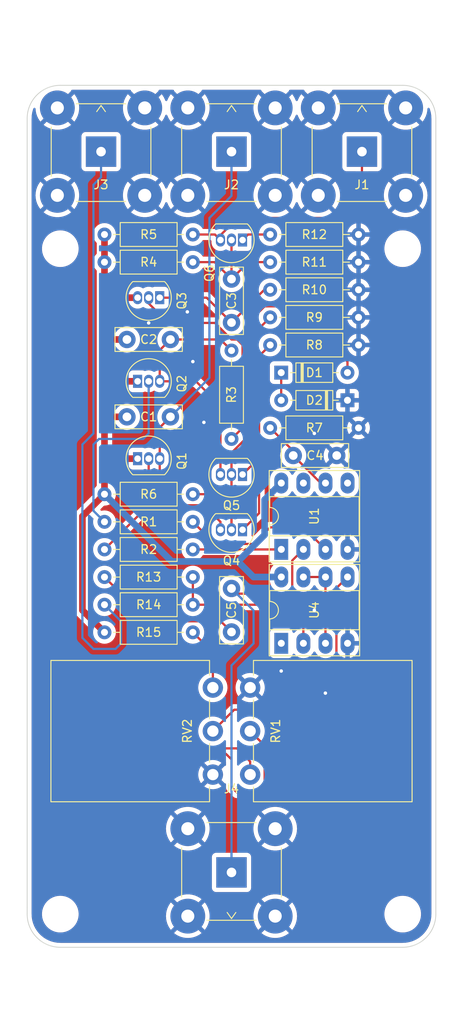
<source format=kicad_pcb>
(kicad_pcb (version 20211014) (generator pcbnew)
  (title_block (title "Enter Title On Page Setting Dialog") (rev "1") (company "Ashton Johnson"))
  (layers (0 "F.Cu" signal) (31 "B.Cu" signal) (35 "F.Paste" user) (37 "F.SilkS" user "F.Silkscreen") (39 "F.Mask" user) (44 "Edge.Cuts" user))
  (net 0 "")
  (net 1 "Y")
  (net 2 "+9V")
  (net 3 "Net-(C2-Pad1)")
  (net 4 "Net-(C3-Pad1)")
  (net 5 "Net-(C3-Pad2)")
  (net 6 "GND")
  (net 7 "Net-(C4-Pad2)")
  (net 8 "Net-(C5-Pad1)")
  (net 9 "COMP_VIDEO_IN")
  (net 10 "Net-(D1-Pad1)")
  (net 11 "Net-(D1-Pad2)")
  (net 12 "X")
  (net 13 "Z")
  (net 14 "Net-(Q1-Pad2)")
  (net 15 "Net-(Q2-Pad2)")
  (net 16 "Net-(Q3-Pad2)")
  (net 17 "Net-(Q4-Pad1)")
  (net 18 "Net-(Q5-Pad1)")
  (net 19 "Net-(Q6-Pad1)")
  (net 20 "Net-(R1-Pad2)")
  (net 21 "Net-(R2-Pad1)")
  (net 22 "Net-(R13-Pad1)")
  (net 23 "Net-(R13-Pad2)")
  (net 24 "Net-(R15-Pad2)")
  (net 25 "Net-(RV2-Pad2)")
  (net 28 "Net-(U2-Pad3)")
  (footprint "Mounting_Holes:MountingHole_3.2mm_M3_ISO7380" (layer "F.Cu") (at 110.315001 111.155)
    (fp_text reference "MK1" hide)
    (fp_text value "MountingHole_Pad")
    (pad "" np_thru_hole circle locked (at 0 0) (size 3.2 3.2) (drill 3.2) (layers *.Cu *.Mask))
  )
  (footprint "Mounting_Holes:MountingHole_3.2mm_M3_ISO7380" (layer "F.Cu") (at 149.685 111.155)
    (fp_text reference "MK2" hide)
    (fp_text value "MountingHole_Pad")
    (pad "" np_thru_hole circle locked (at 0 0) (size 3.2 3.2) (drill 3.2) (layers *.Cu *.Mask))
  )
  (footprint "Mounting_Holes:MountingHole_3.2mm_M3_ISO7380" (layer "F.Cu") (at 110.315 187.63)
    (fp_text reference "MK3" hide)
    (fp_text value "MountingHole_Pad")
    (pad "" np_thru_hole circle locked (at 0 0) (size 3.2 3.2) (drill 3.2) (layers *.Cu *.Mask))
  )
  (footprint "Mounting_Holes:MountingHole_3.2mm_M3_ISO7380" (layer "F.Cu") (at 149.684999 187.63)
    (fp_text reference "MK4" hide)
    (fp_text value "MountingHole_Pad")
    (pad "" np_thru_hole circle locked (at 0 0) (size 3.2 3.2) (drill 3.2) (layers *.Cu *.Mask))
  )
  (footprint "Potentiometer_THT:Potentiometer_Piher_PC-16_Single_Vertical" (layer "F.Cu") (at 132.145 171.595)
    (fp_text reference "RV1" (at 2.935 -5 90) (layer "F.SilkS"))
    (fp_text value "1k")
    (fp_line (start 0.38 -13.12) (end 18.62 -13.12) (layer "F.SilkS") (width 0.12))
    (fp_line (start 0.38 -8.574) (end 0.38 -6.425) (layer "F.SilkS") (width 0.12))
    (fp_line (start 0.38 3.12) (end 18.62 3.12) (layer "F.SilkS") (width 0.12))
    (fp_line (start 18.62 -13.12) (end 18.62 3.12) (layer "F.SilkS") (width 0.12))
    (fp_line (start 0.38 -3.575) (end 0.38 -1.425) (layer "F.SilkS") (width 0.12))
    (fp_line (start 0.38 1.425) (end 0.38 3.12) (layer "F.SilkS") (width 0.12))
    (fp_line (start 0.38 -13.12) (end 0.38 -11.426) (layer "F.SilkS") (width 0.12))
    (pad "1" thru_hole circle (at 0 0) (size 2.34 2.34) (drill 1.3) (layers *.Cu *.Mask) (net 8 "Net-(C5-Pad1)"))
    (pad "2" thru_hole circle (at 0 -5) (size 2.34 2.34) (drill 1.3) (layers *.Cu *.Mask) (net 22 "Net-(R13-Pad1)"))
    (pad "3" thru_hole circle (at 0 -10) (size 2.34 2.34) (drill 1.3) (layers *.Cu *.Mask) (net 6 "GND"))
  )
  (footprint "Package_TO_SOT_THT:TO-92_Inline" (layer "F.Cu") (at 131.27 110.16 180)
    (fp_text reference "Q6" (at 3.81 -3.81 90) (layer "F.SilkS"))
    (fp_text value "2N3904")
    (fp_line (start -0.53 1.85) (end 3.07 1.85) (layer "F.SilkS") (width 0.12))
    (fp_arc (start 1.27 -2.6) (mid 3.672087 -0.994977) (end 3.108478 1.838478) (layer "F.SilkS") (width 0.12))
    (fp_arc (start -0.568478 1.838478) (mid -1.132087 -0.994977) (end 1.27 -2.6) (layer "F.SilkS") (width 0.12))
    (pad "1" thru_hole rect (at 0 0 180) (size 1.05 1.5) (drill 0.75) (layers *.Cu *.Mask) (net 19 "Net-(Q6-Pad1)"))
    (pad "2" thru_hole oval (at 1.27 0 180) (size 1.05 1.5) (drill 0.75) (layers *.Cu *.Mask) (net 5 "Net-(C3-Pad2)"))
    (pad "3" thru_hole oval (at 2.54 0 180) (size 1.05 1.5) (drill 0.75) (layers *.Cu *.Mask) (net 12 "X"))
  )
  (footprint "Resistor_THT:R_Axial_DIN0207_L6.3mm_D2.5mm_P10.16mm_Horizontal" (layer "F.Cu") (at 134.445 122.225)
    (fp_text reference "R8" (at 5.08 0) (layer "F.SilkS"))
    (fp_text value "68k")
    (fp_line (start 8.35 1.37) (end 8.35 -1.37) (layer "F.SilkS") (width 0.12))
    (fp_line (start 1.81 -1.37) (end 1.81 1.37) (layer "F.SilkS") (width 0.12))
    (fp_line (start 8.35 -1.37) (end 1.81 -1.37) (layer "F.SilkS") (width 0.12))
    (fp_line (start 1.04 0) (end 1.81 0) (layer "F.SilkS") (width 0.12))
    (fp_line (start 1.81 1.37) (end 8.35 1.37) (layer "F.SilkS") (width 0.12))
    (fp_line (start 9.12 0) (end 8.35 0) (layer "F.SilkS") (width 0.12))
    (pad "1" thru_hole circle (at 0 0) (size 1.6 1.6) (drill 0.8) (layers *.Cu *.Mask) (net 17 "Net-(Q4-Pad1)"))
    (pad "2" thru_hole oval (at 10.16 0) (size 1.6 1.6) (drill 0.8) (layers *.Cu *.Mask) (net 6 "GND"))
  )
  (footprint "Resistor_THT:R_Axial_DIN0207_L6.3mm_D2.5mm_P10.16mm_Horizontal" (layer "F.Cu") (at 125.555 152.07 180)
    (fp_text reference "R14" (at 5.08 0) (layer "F.SilkS"))
    (fp_text value "4.7k")
    (fp_line (start 8.35 -1.37) (end 1.81 -1.37) (layer "F.SilkS") (width 0.12))
    (fp_line (start 1.81 -1.37) (end 1.81 1.37) (layer "F.SilkS") (width 0.12))
    (fp_line (start 1.81 1.37) (end 8.35 1.37) (layer "F.SilkS") (width 0.12))
    (fp_line (start 1.04 0) (end 1.81 0) (layer "F.SilkS") (width 0.12))
    (fp_line (start 9.12 0) (end 8.35 0) (layer "F.SilkS") (width 0.12))
    (fp_line (start 8.35 1.37) (end 8.35 -1.37) (layer "F.SilkS") (width 0.12))
    (pad "1" thru_hole circle (at 0 0 180) (size 1.6 1.6) (drill 0.8) (layers *.Cu *.Mask) (net 23 "Net-(R13-Pad2)"))
    (pad "2" thru_hole oval (at 10.16 0 180) (size 1.6 1.6) (drill 0.8) (layers *.Cu *.Mask) (net 13 "Z"))
  )
  (footprint "Resistor_THT:R_Axial_DIN0207_L6.3mm_D2.5mm_P10.16mm_Horizontal" (layer "F.Cu") (at 115.395 109.525)
    (fp_text reference "R5" (at 5.08 0) (layer "F.SilkS"))
    (fp_text value "2.2k")
    (fp_line (start 8.35 1.37) (end 8.35 -1.37) (layer "F.SilkS") (width 0.12))
    (fp_line (start 8.35 -1.37) (end 1.81 -1.37) (layer "F.SilkS") (width 0.12))
    (fp_line (start 9.12 0) (end 8.35 0) (layer "F.SilkS") (width 0.12))
    (fp_line (start 1.81 1.37) (end 8.35 1.37) (layer "F.SilkS") (width 0.12))
    (fp_line (start 1.81 -1.37) (end 1.81 1.37) (layer "F.SilkS") (width 0.12))
    (fp_line (start 1.04 0) (end 1.81 0) (layer "F.SilkS") (width 0.12))
    (pad "1" thru_hole circle (at 0 0) (size 1.6 1.6) (drill 0.8) (layers *.Cu *.Mask) (net 2 "+9V"))
    (pad "2" thru_hole oval (at 10.16 0) (size 1.6 1.6) (drill 0.8) (layers *.Cu *.Mask) (net 12 "X"))
  )
  (footprint "Capacitor_THT:C_Disc_D7.5mm_W2.5mm_P5.00mm" (layer "F.Cu") (at 130 119.645 90)
    (fp_text reference "C3" (at 2.5 0 90) (layer "F.SilkS"))
    (fp_text value "0.1u")
    (fp_line (start -1.37 -1.37) (end 6.37 -1.37) (layer "F.SilkS") (width 0.12))
    (fp_line (start -1.37 -1.37) (end -1.37 1.37) (layer "F.SilkS") (width 0.12))
    (fp_line (start 6.37 -1.37) (end 6.37 1.37) (layer "F.SilkS") (width 0.12))
    (fp_line (start -1.37 1.37) (end 6.37 1.37) (layer "F.SilkS") (width 0.12))
    (pad "1" thru_hole circle (at 0 0 90) (size 2 2) (drill 1) (layers *.Cu *.Mask) (net 4 "Net-(C3-Pad1)"))
    (pad "2" thru_hole circle (at 5 0 90) (size 2 2) (drill 1) (layers *.Cu *.Mask) (net 5 "Net-(C3-Pad2)"))
  )
  (footprint "Resistor_THT:R_Axial_DIN0207_L6.3mm_D2.5mm_P10.16mm_Horizontal" (layer "F.Cu") (at 115.395 139.37)
    (fp_text reference "R6" (at 5.08 0) (layer "F.SilkS"))
    (fp_text value "3.3k")
    (fp_line (start 8.35 1.37) (end 8.35 -1.37) (layer "F.SilkS") (width 0.12))
    (fp_line (start 1.81 -1.37) (end 1.81 1.37) (layer "F.SilkS") (width 0.12))
    (fp_line (start 8.35 -1.37) (end 1.81 -1.37) (layer "F.SilkS") (width 0.12))
    (fp_line (start 1.04 0) (end 1.81 0) (layer "F.SilkS") (width 0.12))
    (fp_line (start 1.81 1.37) (end 8.35 1.37) (layer "F.SilkS") (width 0.12))
    (fp_line (start 9.12 0) (end 8.35 0) (layer "F.SilkS") (width 0.12))
    (pad "1" thru_hole circle (at 0 0) (size 1.6 1.6) (drill 0.8) (layers *.Cu *.Mask) (net 2 "+9V"))
    (pad "2" thru_hole oval (at 10.16 0) (size 1.6 1.6) (drill 0.8) (layers *.Cu *.Mask) (net 11 "Net-(D1-Pad2)"))
  )
  (footprint "Resistor_THT:R_Axial_DIN0207_L6.3mm_D2.5mm_P10.16mm_Horizontal" (layer "F.Cu") (at 130 133.02 90)
    (fp_text reference "R3" (at 5.08 0 90) (layer "F.SilkS"))
    (fp_text value "180")
    (fp_line (start 1.81 -1.37) (end 1.81 1.37) (layer "F.SilkS") (width 0.12))
    (fp_line (start 9.12 0) (end 8.35 0) (layer "F.SilkS") (width 0.12))
    (fp_line (start 1.81 1.37) (end 8.35 1.37) (layer "F.SilkS") (width 0.12))
    (fp_line (start 1.04 0) (end 1.81 0) (layer "F.SilkS") (width 0.12))
    (fp_line (start 8.35 1.37) (end 8.35 -1.37) (layer "F.SilkS") (width 0.12))
    (fp_line (start 8.35 -1.37) (end 1.81 -1.37) (layer "F.SilkS") (width 0.12))
    (pad "1" thru_hole circle (at 0 0 90) (size 1.6 1.6) (drill 0.8) (layers *.Cu *.Mask) (net 16 "Net-(Q3-Pad2)"))
    (pad "2" thru_hole oval (at 10.16 0 90) (size 1.6 1.6) (drill 0.8) (layers *.Cu *.Mask) (net 3 "Net-(C2-Pad1)"))
  )
  (footprint "Diode_THT:D_DO-35_SOD27_P7.62mm_Horizontal" (layer "F.Cu") (at 143.335 128.575 180)
    (fp_text reference "D2" (at 3.81 0) (layer "F.SilkS"))
    (fp_text value "1N4148")
    (fp_line (start 1.69 1.12) (end 5.93 1.12) (layer "F.SilkS") (width 0.12))
    (fp_line (start 2.41 -1.12) (end 2.41 1.12) (layer "F.SilkS") (width 0.12))
    (fp_line (start 5.93 -1.12) (end 1.69 -1.12) (layer "F.SilkS") (width 0.12))
    (fp_line (start 2.53 -1.12) (end 2.53 1.12) (layer "F.SilkS") (width 0.12))
    (fp_line (start 2.29 -1.12) (end 2.29 1.12) (layer "F.SilkS") (width 0.12))
    (fp_line (start 1.04 0) (end 1.69 0) (layer "F.SilkS") (width 0.12))
    (fp_line (start 6.58 0) (end 5.93 0) (layer "F.SilkS") (width 0.12))
    (fp_line (start 5.93 1.12) (end 5.93 -1.12) (layer "F.SilkS") (width 0.12))
    (fp_line (start 1.69 -1.12) (end 1.69 1.12) (layer "F.SilkS") (width 0.12))
    (pad "1" thru_hole rect (at 0 0 180) (size 1.6 1.6) (drill 0.8) (layers *.Cu *.Mask) (net 6 "GND"))
    (pad "2" thru_hole oval (at 7.62 0 180) (size 1.6 1.6) (drill 0.8) (layers *.Cu *.Mask) (net 10 "Net-(D1-Pad1)"))
  )
  (footprint "Connector_Coaxial:BNC_TEConnectivity_1478035_Horizontal" (layer "F.Cu") (at 115 100)
    (fp_text reference "J3" (at 0 3.81) (layer "F.SilkS"))
    (fp_text value "Conn_Coaxial_Power")
    (fp_line (start 0 -5.3) (end 0.5 -4.6) (layer "F.SilkS") (width 0.12))
    (fp_line (start 2.825 -5.5) (end -2.825 -5.5) (layer "F.SilkS") (width 0.12))
    (fp_line (start -2.825 5.73) (end 2.825 5.73) (layer "F.SilkS") (width 0.12))
    (fp_line (start -5.73 -2.825) (end -5.73 2.825) (layer "F.SilkS") (width 0.12))
    (fp_line (start 5.73 2.825) (end 5.73 -2.825) (layer "F.SilkS") (width 0.12))
    (fp_line (start 0 -5.3) (end -0.5 -4.6) (layer "F.SilkS") (width 0.12))
    (pad "1" thru_hole rect (at 0 0) (size 3.5 3.5) (drill 1.1) (layers *.Cu *.Mask) (net 13 "Z"))
    (pad "2" thru_hole circle (at 5.025 -5.025) (size 4 4) (drill 1.5) (layers *.Cu *.Mask) (net 6 "GND"))
    (pad "2" thru_hole circle (at -5.025 5.025) (size 4 4) (drill 1.5) (layers *.Cu *.Mask) (net 6 "GND"))
    (pad "2" thru_hole circle (at -5.025 -5.025) (size 4 4) (drill 1.5) (layers *.Cu *.Mask) (net 6 "GND"))
    (pad "2" thru_hole circle (at 5.025 5.025) (size 4 4) (drill 1.5) (layers *.Cu *.Mask) (net 6 "GND"))
  )
  (footprint "Resistor_THT:R_Axial_DIN0207_L6.3mm_D2.5mm_P10.16mm_Horizontal" (layer "F.Cu") (at 134.445 115.875)
    (fp_text reference "R10" (at 5.08 0) (layer "F.SilkS"))
    (fp_text value "3.3k")
    (fp_line (start 1.04 0) (end 1.81 0) (layer "F.SilkS") (width 0.12))
    (fp_line (start 1.81 1.37) (end 8.35 1.37) (layer "F.SilkS") (width 0.12))
    (fp_line (start 9.12 0) (end 8.35 0) (layer "F.SilkS") (width 0.12))
    (fp_line (start 8.35 1.37) (end 8.35 -1.37) (layer "F.SilkS") (width 0.12))
    (fp_line (start 1.81 -1.37) (end 1.81 1.37) (layer "F.SilkS") (width 0.12))
    (fp_line (start 8.35 -1.37) (end 1.81 -1.37) (layer "F.SilkS") (width 0.12))
    (pad "1" thru_hole circle (at 0 0) (size 1.6 1.6) (drill 0.8) (layers *.Cu *.Mask) (net 4 "Net-(C3-Pad1)"))
    (pad "2" thru_hole oval (at 10.16 0) (size 1.6 1.6) (drill 0.8) (layers *.Cu *.Mask) (net 6 "GND"))
  )
  (footprint "Capacitor_THT:C_Disc_D7.5mm_W2.5mm_P5.00mm" (layer "F.Cu") (at 142.1 134.925 180)
    (fp_text reference "C4" (at 2.5 0) (layer "F.SilkS"))
    (fp_text value "0.1u")
    (fp_line (start -1.37 -1.37) (end -1.37 1.37) (layer "F.SilkS") (width 0.12))
    (fp_line (start -1.37 1.37) (end 6.37 1.37) (layer "F.SilkS") (width 0.12))
    (fp_line (start 6.37 -1.37) (end 6.37 1.37) (layer "F.SilkS") (width 0.12))
    (fp_line (start -1.37 -1.37) (end 6.37 -1.37) (layer "F.SilkS") (width 0.12))
    (pad "1" thru_hole circle (at 0 0 180) (size 2 2) (drill 1) (layers *.Cu *.Mask) (net 6 "GND"))
    (pad "2" thru_hole circle (at 5 0 180) (size 2 2) (drill 1) (layers *.Cu *.Mask) (net 7 "Net-(C4-Pad2)"))
  )
  (footprint "Resistor_THT:R_Axial_DIN0207_L6.3mm_D2.5mm_P10.16mm_Horizontal" (layer "F.Cu") (at 115.395 112.7)
    (fp_text reference "R4" (at 5.08 0) (layer "F.SilkS"))
    (fp_text value "5.6k")
    (fp_line (start 8.35 1.37) (end 8.35 -1.37) (layer "F.SilkS") (width 0.12))
    (fp_line (start 1.81 -1.37) (end 1.81 1.37) (layer "F.SilkS") (width 0.12))
    (fp_line (start 1.81 1.37) (end 8.35 1.37) (layer "F.SilkS") (width 0.12))
    (fp_line (start 1.04 0) (end 1.81 0) (layer "F.SilkS") (width 0.12))
    (fp_line (start 8.35 -1.37) (end 1.81 -1.37) (layer "F.SilkS") (width 0.12))
    (fp_line (start 9.12 0) (end 8.35 0) (layer "F.SilkS") (width 0.12))
    (pad "1" thru_hole circle (at 0 0) (size 1.6 1.6) (drill 0.8) (layers *.Cu *.Mask) (net 2 "+9V"))
    (pad "2" thru_hole oval (at 10.16 0) (size 1.6 1.6) (drill 0.8) (layers *.Cu *.Mask) (net 5 "Net-(C3-Pad2)"))
  )
  (footprint "Resistor_THT:R_Axial_DIN0207_L6.3mm_D2.5mm_P10.16mm_Horizontal" (layer "F.Cu") (at 115.395 142.545)
    (fp_text reference "R1" (at 5.08 0) (layer "F.SilkS"))
    (fp_text value "6.8k")
    (fp_line (start 1.04 0) (end 1.81 0) (layer "F.SilkS") (width 0.12))
    (fp_line (start 1.81 -1.37) (end 1.81 1.37) (layer "F.SilkS") (width 0.12))
    (fp_line (start 8.35 -1.37) (end 1.81 -1.37) (layer "F.SilkS") (width 0.12))
    (fp_line (start 1.81 1.37) (end 8.35 1.37) (layer "F.SilkS") (width 0.12))
    (fp_line (start 9.12 0) (end 8.35 0) (layer "F.SilkS") (width 0.12))
    (fp_line (start 8.35 1.37) (end 8.35 -1.37) (layer "F.SilkS") (width 0.12))
    (pad "1" thru_hole circle (at 0 0) (size 1.6 1.6) (drill 0.8) (layers *.Cu *.Mask) (net 15 "Net-(Q2-Pad2)"))
    (pad "2" thru_hole oval (at 10.16 0) (size 1.6 1.6) (drill 0.8) (layers *.Cu *.Mask) (net 20 "Net-(R1-Pad2)"))
  )
  (footprint "Resistor_THT:R_Axial_DIN0207_L6.3mm_D2.5mm_P10.16mm_Horizontal" (layer "F.Cu") (at 134.445 112.7)
    (fp_text reference "R11" (at 5.08 0) (layer "F.SilkS"))
    (fp_text value "3.3k")
    (fp_line (start 9.12 0) (end 8.35 0) (layer "F.SilkS") (width 0.12))
    (fp_line (start 8.35 1.37) (end 8.35 -1.37) (layer "F.SilkS") (width 0.12))
    (fp_line (start 8.35 -1.37) (end 1.81 -1.37) (layer "F.SilkS") (width 0.12))
    (fp_line (start 1.04 0) (end 1.81 0) (layer "F.SilkS") (width 0.12))
    (fp_line (start 1.81 -1.37) (end 1.81 1.37) (layer "F.SilkS") (width 0.12))
    (fp_line (start 1.81 1.37) (end 8.35 1.37) (layer "F.SilkS") (width 0.12))
    (pad "1" thru_hole circle (at 0 0) (size 1.6 1.6) (drill 0.8) (layers *.Cu *.Mask) (net 5 "Net-(C3-Pad2)"))
    (pad "2" thru_hole oval (at 10.16 0) (size 1.6 1.6) (drill 0.8) (layers *.Cu *.Mask) (net 6 "GND"))
  )
  (footprint "Resistor_THT:R_Axial_DIN0207_L6.3mm_D2.5mm_P10.16mm_Horizontal" (layer "F.Cu") (at 144.605 131.75 180)
    (fp_text reference "R7" (at 5.08 0) (layer "F.SilkS"))
    (fp_text value "680k")
    (fp_line (start 1.81 -1.37) (end 1.81 1.37) (layer "F.SilkS") (width 0.12))
    (fp_line (start 1.81 1.37) (end 8.35 1.37) (layer "F.SilkS") (width 0.12))
    (fp_line (start 8.35 -1.37) (end 1.81 -1.37) (layer "F.SilkS") (width 0.12))
    (fp_line (start 9.12 0) (end 8.35 0) (layer "F.SilkS") (width 0.12))
    (fp_line (start 8.35 1.37) (end 8.35 -1.37) (layer "F.SilkS") (width 0.12))
    (fp_line (start 1.04 0) (end 1.81 0) (layer "F.SilkS") (width 0.12))
    (pad "1" thru_hole circle (at 0 0 180) (size 1.6 1.6) (drill 0.8) (layers *.Cu *.Mask) (net 6 "GND"))
    (pad "2" thru_hole oval (at 10.16 0 180) (size 1.6 1.6) (drill 0.8) (layers *.Cu *.Mask) (net 7 "Net-(C4-Pad2)"))
  )
  (footprint "Package_TO_SOT_THT:TO-92_Inline" (layer "F.Cu") (at 131.27 137.105 180)
    (fp_text reference "Q5" (at 1.27 -3.56) (layer "F.SilkS"))
    (fp_text value "2N3904")
    (fp_line (start -0.53 1.85) (end 3.07 1.85) (layer "F.SilkS") (width 0.12))
    (fp_arc (start -0.568478 1.838478) (mid -1.132087 -0.994977) (end 1.27 -2.6) (layer "F.SilkS") (width 0.12))
    (fp_arc (start 1.27 -2.6) (mid 3.672087 -0.994977) (end 3.108478 1.838478) (layer "F.SilkS") (width 0.12))
    (pad "1" thru_hole rect (at 0 0 180) (size 1.05 1.5) (drill 0.75) (layers *.Cu *.Mask) (net 18 "Net-(Q5-Pad1)"))
    (pad "2" thru_hole oval (at 1.27 0 180) (size 1.05 1.5) (drill 0.75) (layers *.Cu *.Mask) (net 11 "Net-(D1-Pad2)"))
    (pad "3" thru_hole oval (at 2.54 0 180) (size 1.05 1.5) (drill 0.75) (layers *.Cu *.Mask) (net 3 "Net-(C2-Pad1)"))
  )
  (footprint "Resistor_THT:R_Axial_DIN0207_L6.3mm_D2.5mm_P10.16mm_Horizontal" (layer "F.Cu") (at 134.445 119.05)
    (fp_text reference "R9" (at 5.08 0) (layer "F.SilkS"))
    (fp_text value "680")
    (fp_line (start 1.04 0) (end 1.81 0) (layer "F.SilkS") (width 0.12))
    (fp_line (start 8.35 -1.37) (end 1.81 -1.37) (layer "F.SilkS") (width 0.12))
    (fp_line (start 8.35 1.37) (end 8.35 -1.37) (layer "F.SilkS") (width 0.12))
    (fp_line (start 1.81 -1.37) (end 1.81 1.37) (layer "F.SilkS") (width 0.12))
    (fp_line (start 9.12 0) (end 8.35 0) (layer "F.SilkS") (width 0.12))
    (fp_line (start 1.81 1.37) (end 8.35 1.37) (layer "F.SilkS") (width 0.12))
    (pad "1" thru_hole circle (at 0 0) (size 1.6 1.6) (drill 0.8) (layers *.Cu *.Mask) (net 18 "Net-(Q5-Pad1)"))
    (pad "2" thru_hole oval (at 10.16 0) (size 1.6 1.6) (drill 0.8) (layers *.Cu *.Mask) (net 6 "GND"))
  )
  (footprint "Resistor_THT:R_Axial_DIN0207_L6.3mm_D2.5mm_P10.16mm_Horizontal" (layer "F.Cu") (at 115.395 155.245)
    (fp_text reference "R15" (at 5.08 0) (layer "F.SilkS"))
    (fp_text value "68k")
    (fp_line (start 1.81 1.37) (end 8.35 1.37) (layer "F.SilkS") (width 0.12))
    (fp_line (start 1.04 0) (end 1.81 0) (layer "F.SilkS") (width 0.12))
    (fp_line (start 8.35 -1.37) (end 1.81 -1.37) (layer "F.SilkS") (width 0.12))
    (fp_line (start 1.81 -1.37) (end 1.81 1.37) (layer "F.SilkS") (width 0.12))
    (fp_line (start 9.12 0) (end 8.35 0) (layer "F.SilkS") (width 0.12))
    (fp_line (start 8.35 1.37) (end 8.35 -1.37) (layer "F.SilkS") (width 0.12))
    (pad "1" thru_hole circle (at 0 0) (size 1.6 1.6) (drill 0.8) (layers *.Cu *.Mask) (net 2 "+9V"))
    (pad "2" thru_hole oval (at 10.16 0) (size 1.6 1.6) (drill 0.8) (layers *.Cu *.Mask) (net 24 "Net-(R15-Pad2)"))
  )
  (footprint "Capacitor_THT:C_Disc_D7.5mm_W2.5mm_P5.00mm" (layer "F.Cu") (at 122.975 121.59 180)
    (fp_text reference "C2" (at 2.5 0) (layer "F.SilkS"))
    (fp_text value "22n")
    (fp_line (start 6.37 -1.37) (end 6.37 1.37) (layer "F.SilkS") (width 0.12))
    (fp_line (start -1.37 1.37) (end 6.37 1.37) (layer "F.SilkS") (width 0.12))
    (fp_line (start -1.37 -1.37) (end -1.37 1.37) (layer "F.SilkS") (width 0.12))
    (fp_line (start -1.37 -1.37) (end 6.37 -1.37) (layer "F.SilkS") (width 0.12))
    (pad "1" thru_hole circle (at 0 0 180) (size 2 2) (drill 1) (layers *.Cu *.Mask) (net 3 "Net-(C2-Pad1)"))
    (pad "2" thru_hole circle (at 5 0 180) (size 2 2) (drill 1) (layers *.Cu *.Mask) (net 2 "+9V"))
  )
  (footprint "Package_TO_SOT_THT:TO-92_Inline" (layer "F.Cu") (at 119.205 126.395)
    (fp_text reference "Q2" (at 5.08 0.275 90) (layer "F.SilkS"))
    (fp_text value "2N3906")
    (fp_line (start -0.53 1.85) (end 3.07 1.85) (layer "F.SilkS") (width 0.12))
    (fp_arc (start -0.568478 1.838478) (mid -1.132087 -0.994977) (end 1.27 -2.6) (layer "F.SilkS") (width 0.12))
    (fp_arc (start 1.27 -2.6) (mid 3.672087 -0.994977) (end 3.108478 1.838478) (layer "F.SilkS") (width 0.12))
    (pad "1" thru_hole rect (at 0 0) (size 1.05 1.5) (drill 0.75) (layers *.Cu *.Mask) (net 2 "+9V"))
    (pad "2" thru_hole oval (at 1.27 0) (size 1.05 1.5) (drill 0.75) (layers *.Cu *.Mask) (net 15 "Net-(Q2-Pad2)"))
    (pad "3" thru_hole oval (at 2.54 0) (size 1.05 1.5) (drill 0.75) (layers *.Cu *.Mask) (net 3 "Net-(C2-Pad1)"))
  )
  (footprint "Resistor_THT:R_Axial_DIN0207_L6.3mm_D2.5mm_P10.16mm_Horizontal" (layer "F.Cu") (at 115.395 148.895)
    (fp_text reference "R13" (at 5.08 0) (layer "F.SilkS"))
    (fp_text value "2.2k")
    (fp_line (start 8.35 -1.37) (end 1.81 -1.37) (layer "F.SilkS") (width 0.12))
    (fp_line (start 1.04 0) (end 1.81 0) (layer "F.SilkS") (width 0.12))
    (fp_line (start 9.12 0) (end 8.35 0) (layer "F.SilkS") (width 0.12))
    (fp_line (start 1.81 -1.37) (end 1.81 1.37) (layer "F.SilkS") (width 0.12))
    (fp_line (start 8.35 1.37) (end 8.35 -1.37) (layer "F.SilkS") (width 0.12))
    (fp_line (start 1.81 1.37) (end 8.35 1.37) (layer "F.SilkS") (width 0.12))
    (pad "1" thru_hole circle (at 0 0) (size 1.6 1.6) (drill 0.8) (layers *.Cu *.Mask) (net 22 "Net-(R13-Pad1)"))
    (pad "2" thru_hole oval (at 10.16 0) (size 1.6 1.6) (drill 0.8) (layers *.Cu *.Mask) (net 23 "Net-(R13-Pad2)"))
  )
  (footprint "Connector_Coaxial:BNC_TEConnectivity_1478035_Horizontal" (layer "F.Cu") (at 130 100)
    (fp_text reference "J2" (at 0 3.81) (layer "F.SilkS"))
    (fp_text value "Conn_Coaxial_Power")
    (fp_line (start 0 -5.3) (end 0.5 -4.6) (layer "F.SilkS") (width 0.12))
    (fp_line (start -5.73 -2.825) (end -5.73 2.825) (layer "F.SilkS") (width 0.12))
    (fp_line (start 2.825 -5.5) (end -2.825 -5.5) (layer "F.SilkS") (width 0.12))
    (fp_line (start -2.825 5.73) (end 2.825 5.73) (layer "F.SilkS") (width 0.12))
    (fp_line (start 5.73 2.825) (end 5.73 -2.825) (layer "F.SilkS") (width 0.12))
    (fp_line (start 0 -5.3) (end -0.5 -4.6) (layer "F.SilkS") (width 0.12))
    (pad "1" thru_hole rect (at 0 0) (size 3.5 3.5) (drill 1.1) (layers *.Cu *.Mask) (net 1 "Y"))
    (pad "2" thru_hole circle (at -5.025 -5.025) (size 4 4) (drill 1.5) (layers *.Cu *.Mask) (net 6 "GND"))
    (pad "2" thru_hole circle (at 5.025 5.025) (size 4 4) (drill 1.5) (layers *.Cu *.Mask) (net 6 "GND"))
    (pad "2" thru_hole circle (at 5.025 -5.025) (size 4 4) (drill 1.5) (layers *.Cu *.Mask) (net 6 "GND"))
    (pad "2" thru_hole circle (at -5.025 5.025) (size 4 4) (drill 1.5) (layers *.Cu *.Mask) (net 6 "GND"))
  )
  (footprint "Connector_Coaxial:BNC_TEConnectivity_1478035_Horizontal" (layer "F.Cu") (at 130 182.835923 180)
    (fp_text reference "J4" (at 0 9.605) (layer "F.SilkS"))
    (fp_text value "Conn_Coaxial_Power")
    (fp_line (start 0 -5.3) (end 0.5 -4.6) (layer "F.SilkS") (width 0.12))
    (fp_line (start -2.825 5.73) (end 2.825 5.73) (layer "F.SilkS") (width 0.12))
    (fp_line (start 2.825 -5.5) (end -2.825 -5.5) (layer "F.SilkS") (width 0.12))
    (fp_line (start -5.73 -2.825) (end -5.73 2.825) (layer "F.SilkS") (width 0.12))
    (fp_line (start 0 -5.3) (end -0.5 -4.6) (layer "F.SilkS") (width 0.12))
    (fp_line (start 5.73 2.825) (end 5.73 -2.825) (layer "F.SilkS") (width 0.12))
    (pad "1" thru_hole rect (at 0 0 180) (size 3.5 3.5) (drill 1.1) (layers *.Cu *.Mask) (net 9 "COMP_VIDEO_IN"))
    (pad "2" thru_hole circle (at -5.025 5.025 180) (size 4 4) (drill 1.5) (layers *.Cu *.Mask) (net 6 "GND"))
    (pad "2" thru_hole circle (at 5.025 5.025 180) (size 4 4) (drill 1.5) (layers *.Cu *.Mask) (net 6 "GND"))
    (pad "2" thru_hole circle (at 5.025 -5.025 180) (size 4 4) (drill 1.5) (layers *.Cu *.Mask) (net 6 "GND"))
    (pad "2" thru_hole circle (at -5.025 -5.025 180) (size 4 4) (drill 1.5) (layers *.Cu *.Mask) (net 6 "GND"))
  )
  (footprint "Capacitor_THT:C_Disc_D7.5mm_W2.5mm_P5.00mm" (layer "F.Cu") (at 122.975 130.48 180)
    (fp_text reference "C1" (at 2.5 0) (layer "F.SilkS"))
    (fp_text value "100n")
    (fp_line (start -1.37 1.37) (end 6.37 1.37) (layer "F.SilkS") (width 0.12))
    (fp_line (start -1.37 -1.37) (end 6.37 -1.37) (layer "F.SilkS") (width 0.12))
    (fp_line (start -1.37 -1.37) (end -1.37 1.37) (layer "F.SilkS") (width 0.12))
    (fp_line (start 6.37 -1.37) (end 6.37 1.37) (layer "F.SilkS") (width 0.12))
    (pad "1" thru_hole circle (at 0 0 180) (size 2 2) (drill 1) (layers *.Cu *.Mask) (net 1 "Y"))
    (pad "2" thru_hole circle (at 5 0 180) (size 2 2) (drill 1) (layers *.Cu *.Mask) (net 2 "+9V"))
  )
  (footprint "Potentiometer_THT:Potentiometer_Piher_PC-16_Single_Vertical" (layer "F.Cu") (at 127.855 161.595 180)
    (fp_text reference "RV2" (at 2.935 -5 90) (layer "F.SilkS"))
    (fp_text value "10k")
    (fp_line (start 0.38 -13.12) (end 0.38 -11.426) (layer "F.SilkS") (width 0.12))
    (fp_line (start 0.38 1.425) (end 0.38 3.12) (layer "F.SilkS") (width 0.12))
    (fp_line (start 0.38 -13.12) (end 18.62 -13.12) (layer "F.SilkS") (width 0.12))
    (fp_line (start 0.38 -8.574) (end 0.38 -6.425) (layer "F.SilkS") (width 0.12))
    (fp_line (start 0.38 3.12) (end 18.62 3.12) (layer "F.SilkS") (width 0.12))
    (fp_line (start 0.38 -3.575) (end 0.38 -1.425) (layer "F.SilkS") (width 0.12))
    (fp_line (start 18.62 -13.12) (end 18.62 3.12) (layer "F.SilkS") (width 0.12))
    (pad "1" thru_hole circle (at 0 0 180) (size 2.34 2.34) (drill 1.3) (layers *.Cu *.Mask) (net 24 "Net-(R15-Pad2)"))
    (pad "2" thru_hole circle (at 0 -5 180) (size 2.34 2.34) (drill 1.3) (layers *.Cu *.Mask) (net 25 "Net-(RV2-Pad2)"))
    (pad "3" thru_hole circle (at 0 -10 180) (size 2.34 2.34) (drill 1.3) (layers *.Cu *.Mask) (net 6 "GND"))
  )
  (footprint "Diode_THT:D_DO-35_SOD27_P7.62mm_Horizontal" (layer "F.Cu") (at 135.715 125.4)
    (fp_text reference "D1" (at 3.81 0) (layer "F.SilkS"))
    (fp_text value "1N4148")
    (fp_line (start 1.69 1.12) (end 5.93 1.12) (layer "F.SilkS") (width 0.12))
    (fp_line (start 5.93 1.12) (end 5.93 -1.12) (layer "F.SilkS") (width 0.12))
    (fp_line (start 1.69 -1.12) (end 1.69 1.12) (layer "F.SilkS") (width 0.12))
    (fp_line (start 2.41 -1.12) (end 2.41 1.12) (layer "F.SilkS") (width 0.12))
    (fp_line (start 2.29 -1.12) (end 2.29 1.12) (layer "F.SilkS") (width 0.12))
    (fp_line (start 1.04 0) (end 1.69 0) (layer "F.SilkS") (width 0.12))
    (fp_line (start 6.58 0) (end 5.93 0) (layer "F.SilkS") (width 0.12))
    (fp_line (start 2.53 -1.12) (end 2.53 1.12) (layer "F.SilkS") (width 0.12))
    (fp_line (start 5.93 -1.12) (end 1.69 -1.12) (layer "F.SilkS") (width 0.12))
    (pad "1" thru_hole rect (at 0 0) (size 1.6 1.6) (drill 0.8) (layers *.Cu *.Mask) (net 10 "Net-(D1-Pad1)"))
    (pad "2" thru_hole oval (at 7.62 0) (size 1.6 1.6) (drill 0.8) (layers *.Cu *.Mask) (net 11 "Net-(D1-Pad2)"))
  )
  (footprint "Package_DIP:DIP-8_W7.62mm_Socket_LongPads" (layer "F.Cu") (at 135.725 156.505 90)
    (fp_text reference "U4" (at 3.81 3.8 90) (layer "F.SilkS"))
    (fp_text value "AD8032")
    (fp_line (start -1.44 9.01) (end 9.06 9.01) (layer "F.SilkS") (width 0.12))
    (fp_line (start 1.56 8.95) (end 6.06 8.95) (layer "F.SilkS") (width 0.12))
    (fp_line (start 2.81 -1.33) (end 1.56 -1.33) (layer "F.SilkS") (width 0.12))
    (fp_line (start -1.44 -1.39) (end -1.44 9.01) (layer "F.SilkS") (width 0.12))
    (fp_line (start 6.06 -1.33) (end 4.81 -1.33) (layer "F.SilkS") (width 0.12))
    (fp_line (start 9.06 9.01) (end 9.06 -1.39) (layer "F.SilkS") (width 0.12))
    (fp_line (start 6.06 8.95) (end 6.06 -1.33) (layer "F.SilkS") (width 0.12))
    (fp_line (start 1.56 -1.33) (end 1.56 8.95) (layer "F.SilkS") (width 0.12))
    (fp_line (start 9.06 -1.39) (end -1.44 -1.39) (layer "F.SilkS") (width 0.12))
    (fp_arc (start 4.81 -1.33) (mid 3.81 -0.33) (end 2.81 -1.33) (layer "F.SilkS") (width 0.12))
    (pad "1" thru_hole rect (at 0.000004 0.000002 90) (size 2.4 1.6) (drill 0.8) (layers *.Cu *.Mask) (net 13 "Z"))
    (pad "2" thru_hole oval (at 0 2.54 90) (size 2.4 1.6) (drill 0.8) (layers *.Cu *.Mask) (net 23 "Net-(R13-Pad2)"))
    (pad "3" thru_hole oval (at 0 5.08 90) (size 2.4 1.6) (drill 0.8) (layers *.Cu *.Mask) (net 28 "Net-(U2-Pad3)"))
    (pad "4" thru_hole oval (at 0 7.62 90) (size 2.4 1.6) (drill 0.8) (layers *.Cu *.Mask) (net 6 "GND"))
    (pad "5" thru_hole oval (at 7.62 7.62 90) (size 2.4 1.6) (drill 0.8) (layers *.Cu *.Mask) (net 25 "Net-(RV2-Pad2)"))
    (pad "6" thru_hole oval (at 7.62 5.08 90) (size 2.4 1.6) (drill 0.8) (layers *.Cu *.Mask) (net 28 "Net-(U2-Pad3)"))
    (pad "7" thru_hole oval (at 7.62 2.54 90) (size 2.4 1.6) (drill 0.8) (layers *.Cu *.Mask) (net 28 "Net-(U2-Pad3)"))
    (pad "8" thru_hole oval (at 7.62 0 90) (size 2.4 1.6) (drill 0.8) (layers *.Cu *.Mask) (net 2 "+9V"))
  )
  (footprint "Package_DIP:DIP-8_W7.62mm_Socket_LongPads" (layer "F.Cu") (at 135.725 145.71 90)
    (fp_text reference "U1" (at 3.81 3.8 90) (layer "F.SilkS"))
    (fp_text value "LM1881")
    (fp_line (start 9.06 9.01) (end 9.06 -1.39) (layer "F.SilkS") (width 0.12))
    (fp_line (start -1.44 9.01) (end 9.06 9.01) (layer "F.SilkS") (width 0.12))
    (fp_line (start -1.44 -1.39) (end -1.44 9.01) (layer "F.SilkS") (width 0.12))
    (fp_line (start 6.06 -1.33) (end 4.81 -1.33) (layer "F.SilkS") (width 0.12))
    (fp_line (start 1.56 -1.33) (end 1.56 8.95) (layer "F.SilkS") (width 0.12))
    (fp_line (start 1.56 8.95) (end 6.06 8.95) (layer "F.SilkS") (width 0.12))
    (fp_line (start 6.06 8.95) (end 6.06 -1.33) (layer "F.SilkS") (width 0.12))
    (fp_line (start 9.06 -1.39) (end -1.44 -1.39) (layer "F.SilkS") (width 0.12))
    (fp_line (start 2.81 -1.33) (end 1.56 -1.33) (layer "F.SilkS") (width 0.12))
    (fp_arc (start 4.81 -1.33) (mid 3.81 -0.33) (end 2.81 -1.33) (layer "F.SilkS") (width 0.12))
    (pad "1" thru_hole rect (at 0 0 90) (size 2.4 1.6) (drill 0.8) (layers *.Cu *.Mask) (net 21 "Net-(R2-Pad1)"))
    (pad "2" thru_hole oval (at 0 2.54 90) (size 2.4 1.6) (drill 0.8) (layers *.Cu *.Mask) (net 9 "COMP_VIDEO_IN"))
    (pad "3" thru_hole oval (at 0 5.08 90) (size 2.4 1.6) (drill 0.8) (layers *.Cu *.Mask) (net 20 "Net-(R1-Pad2)"))
    (pad "4" thru_hole oval (at 0 7.62 90) (size 2.4 1.6) (drill 0.8) (layers *.Cu *.Mask) (net 6 "GND"))
    (pad "5" thru_hole oval (at 7.62 7.62 90) (size 2.4 1.6) (drill 0.8) (layers *.Cu *.Mask))
    (pad "6" thru_hole oval (at 7.62 5.08 90) (size 2.4 1.6) (drill 0.8) (layers *.Cu *.Mask) (net 7 "Net-(C4-Pad2)"))
    (pad "7" thru_hole oval (at 7.62 2.54 90) (size 2.4 1.6) (drill 0.8) (layers *.Cu *.Mask))
    (pad "8" thru_hole oval (at 7.62 0 90) (size 2.4 1.6) (drill 0.8) (layers *.Cu *.Mask) (net 2 "+9V"))
  )
  (footprint "Package_TO_SOT_THT:TO-92_Inline" (layer "F.Cu") (at 121.745 116.785 180)
    (fp_text reference "Q3" (at -2.54 -0.36 90) (layer "F.SilkS"))
    (fp_text value "2N3904")
    (fp_line (start -0.53 1.85) (end 3.07 1.85) (layer "F.SilkS") (width 0.12))
    (fp_arc (start 1.27 -2.6) (mid 3.672087 -0.994977) (end 3.108478 1.838478) (layer "F.SilkS") (width 0.12))
    (fp_arc (start -0.568478 1.838478) (mid -1.132087 -0.994977) (end 1.27 -2.6) (layer "F.SilkS") (width 0.12))
    (pad "1" thru_hole rect (at 0 0 180) (size 1.05 1.5) (drill 0.75) (layers *.Cu *.Mask) (net 4 "Net-(C3-Pad1)"))
    (pad "2" thru_hole oval (at 1.27 0 180) (size 1.05 1.5) (drill 0.75) (layers *.Cu *.Mask) (net 16 "Net-(Q3-Pad2)"))
    (pad "3" thru_hole oval (at 2.54 0 180) (size 1.05 1.5) (drill 0.75) (layers *.Cu *.Mask) (net 2 "+9V"))
  )
  (footprint "Package_TO_SOT_THT:TO-92_Inline" (layer "F.Cu") (at 131.27 143.455 180)
    (fp_text reference "Q4" (at 1.27 -3.56) (layer "F.SilkS"))
    (fp_text value "2N3904")
    (fp_line (start -0.53 1.85) (end 3.07 1.85) (layer "F.SilkS") (width 0.12))
    (fp_arc (start 1.27 -2.6) (mid 3.672087 -0.994977) (end 3.108478 1.838478) (layer "F.SilkS") (width 0.12))
    (fp_arc (start -0.568478 1.838478) (mid -1.132087 -0.994977) (end 1.27 -2.6) (layer "F.SilkS") (width 0.12))
    (pad "1" thru_hole rect (at 0 0 180) (size 1.05 1.5) (drill 0.75) (layers *.Cu *.Mask) (net 17 "Net-(Q4-Pad1)"))
    (pad "2" thru_hole oval (at 1.27 0 180) (size 1.05 1.5) (drill 0.75) (layers *.Cu *.Mask) (net 11 "Net-(D1-Pad2)"))
    (pad "3" thru_hole oval (at 2.54 0 180) (size 1.05 1.5) (drill 0.75) (layers *.Cu *.Mask) (net 1 "Y"))
  )
  (footprint "Capacitor_THT:C_Disc_D7.5mm_W2.5mm_P5.00mm" (layer "F.Cu") (at 130 155.205 90)
    (fp_text reference "C5" (at 2.5 0 90) (layer "F.SilkS"))
    (fp_text value "10n")
    (fp_line (start -1.37 -1.37) (end 6.37 -1.37) (layer "F.SilkS") (width 0.12))
    (fp_line (start -1.37 1.37) (end 6.37 1.37) (layer "F.SilkS") (width 0.12))
    (fp_line (start 6.37 -1.37) (end 6.37 1.37) (layer "F.SilkS") (width 0.12))
    (fp_line (start -1.37 -1.37) (end -1.37 1.37) (layer "F.SilkS") (width 0.12))
    (pad "1" thru_hole circle (at 0 0 90) (size 2 2) (drill 1) (layers *.Cu *.Mask) (net 8 "Net-(C5-Pad1)"))
    (pad "2" thru_hole circle (at 5 0 90) (size 2 2) (drill 1) (layers *.Cu *.Mask) (net 9 "COMP_VIDEO_IN"))
  )
  (footprint "Resistor_THT:R_Axial_DIN0207_L6.3mm_D2.5mm_P10.16mm_Horizontal" (layer "F.Cu") (at 125.555 145.72 180)
    (fp_text reference "R2" (at 5.08 0) (layer "F.SilkS"))
    (fp_text value "6.8k")
    (fp_line (start 1.81 1.37) (end 8.35 1.37) (layer "F.SilkS") (width 0.12))
    (fp_line (start 8.35 1.37) (end 8.35 -1.37) (layer "F.SilkS") (width 0.12))
    (fp_line (start 9.12 0) (end 8.35 0) (layer "F.SilkS") (width 0.12))
    (fp_line (start 1.81 -1.37) (end 1.81 1.37) (layer "F.SilkS") (width 0.12))
    (fp_line (start 8.35 -1.37) (end 1.81 -1.37) (layer "F.SilkS") (width 0.12))
    (fp_line (start 1.04 0) (end 1.81 0) (layer "F.SilkS") (width 0.12))
    (pad "1" thru_hole circle (at 0 0 180) (size 1.6 1.6) (drill 0.8) (layers *.Cu *.Mask) (net 21 "Net-(R2-Pad1)"))
    (pad "2" thru_hole oval (at 10.16 0 180) (size 1.6 1.6) (drill 0.8) (layers *.Cu *.Mask) (net 14 "Net-(Q1-Pad2)"))
  )
  (footprint "Connector_Coaxial:BNC_TEConnectivity_1478035_Horizontal" (layer "F.Cu") (at 145 100)
    (fp_text reference "J1" (at 0 3.81) (layer "F.SilkS"))
    (fp_text value "Conn_Coaxial_Power")
    (fp_line (start 0 -5.3) (end 0.5 -4.6) (layer "F.SilkS") (width 0.12))
    (fp_line (start -5.73 -2.825) (end -5.73 2.825) (layer "F.SilkS") (width 0.12))
    (fp_line (start 0 -5.3) (end -0.5 -4.6) (layer "F.SilkS") (width 0.12))
    (fp_line (start -2.825 5.73) (end 2.825 5.73) (layer "F.SilkS") (width 0.12))
    (fp_line (start 2.825 -5.5) (end -2.825 -5.5) (layer "F.SilkS") (width 0.12))
    (fp_line (start 5.73 2.825) (end 5.73 -2.825) (layer "F.SilkS") (width 0.12))
    (pad "1" thru_hole rect (at 0 0) (size 3.5 3.5) (drill 1.1) (layers *.Cu *.Mask) (net 12 "X"))
    (pad "2" thru_hole circle (at 5.025 -5.025) (size 4 4) (drill 1.5) (layers *.Cu *.Mask) (net 6 "GND"))
    (pad "2" thru_hole circle (at -5.025 -5.025) (size 4 4) (drill 1.5) (layers *.Cu *.Mask) (net 6 "GND"))
    (pad "2" thru_hole circle (at -5.025 5.025) (size 4 4) (drill 1.5) (layers *.Cu *.Mask) (net 6 "GND"))
    (pad "2" thru_hole circle (at 5.025 5.025) (size 4 4) (drill 1.5) (layers *.Cu *.Mask) (net 6 "GND"))
  )
  (footprint "Package_TO_SOT_THT:TO-92_Inline" (layer "F.Cu") (at 119.205 135.285)
    (fp_text reference "Q1" (at 5.08 0.275 90) (layer "F.SilkS"))
    (fp_text value "2N3906")
    (fp_line (start -0.53 1.85) (end 3.07 1.85) (layer "F.SilkS") (width 0.12))
    (fp_arc (start -0.568478 1.838478) (mid -1.132087 -0.994977) (end 1.27 -2.6) (layer "F.SilkS") (width 0.12))
    (fp_arc (start 1.27 -2.6) (mid 3.672087 -0.994977) (end 3.108478 1.838478) (layer "F.SilkS") (width 0.12))
    (pad "1" thru_hole rect (at 0 0) (size 1.05 1.5) (drill 0.75) (layers *.Cu *.Mask) (net 2 "+9V"))
    (pad "2" thru_hole oval (at 1.27 0) (size 1.05 1.5) (drill 0.75) (layers *.Cu *.Mask) (net 14 "Net-(Q1-Pad2)"))
    (pad "3" thru_hole oval (at 2.54 0) (size 1.05 1.5) (drill 0.75) (layers *.Cu *.Mask) (net 1 "Y"))
  )
  (footprint "Resistor_THT:R_Axial_DIN0207_L6.3mm_D2.5mm_P10.16mm_Horizontal" (layer "F.Cu") (at 134.445 109.525)
    (fp_text reference "R12" (at 5.08 0) (layer "F.SilkS"))
    (fp_text value "2.2k")
    (fp_line (start 1.81 1.37) (end 8.35 1.37) (layer "F.SilkS") (width 0.12))
    (fp_line (start 1.04 0) (end 1.81 0) (layer "F.SilkS") (width 0.12))
    (fp_line (start 1.81 -1.37) (end 1.81 1.37) (layer "F.SilkS") (width 0.12))
    (fp_line (start 8.35 -1.37) (end 1.81 -1.37) (layer "F.SilkS") (width 0.12))
    (fp_line (start 8.35 1.37) (end 8.35 -1.37) (layer "F.SilkS") (width 0.12))
    (fp_line (start 9.12 0) (end 8.35 0) (layer "F.SilkS") (width 0.12))
    (pad "1" thru_hole circle (at 0 0) (size 1.6 1.6) (drill 0.8) (layers *.Cu *.Mask) (net 19 "Net-(Q6-Pad1)"))
    (pad "2" thru_hole oval (at 10.16 0) (size 1.6 1.6) (drill 0.8) (layers *.Cu *.Mask) (net 6 "GND"))
  )
  (gr_line (start 106.505001 186.840923) (end 106.505 187.63) (layer "Edge.Cuts") (width 0.1))
  (gr_line (start 110.315 191.44) (end 149.684999 191.44) (layer "Edge.Cuts") (width 0.1))
  (gr_arc (start 149.685 92.38) (mid 152.379077 93.495923) (end 153.495 96.19) (layer "Edge.Cuts") (width 0.1))
  (gr_line (start 153.495 109.525) (end 153.495 96.19) (layer "Edge.Cuts") (width 0.1))
  (gr_arc (start 153.494999 187.63) (mid 152.379068 190.324062) (end 149.684999 191.44) (layer "Edge.Cuts") (width 0.1))
  (gr_line (start 153.495 186.840923) (end 153.495 109.525) (layer "Edge.Cuts") (width 0.1))
  (gr_line (start 110.315001 92.38) (end 149.685 92.38) (layer "Edge.Cuts") (width 0.1))
  (gr_line (start 153.495 186.840923) (end 153.494999 187.63) (layer "Edge.Cuts") (width 0.1))
  (gr_arc (start 110.315 191.44) (mid 107.620914 190.324079) (end 106.505 187.63) (layer "Edge.Cuts") (width 0.1))
  (gr_arc (start 106.505001 96.19) (mid 107.620924 93.495923) (end 110.315001 92.38) (layer "Edge.Cuts") (width 0.1))
  (gr_line (start 106.505001 96.19) (end 106.505001 186.840923) (layer "Edge.Cuts") (width 0.1))
  (segment (start 121.745 135.285) (end 121.745 131.71) (width 0.254) (layer "F.Cu") (net 1))
  (segment (start 128.73 142.545) (end 126.825 140.64) (width 0.254) (layer "F.Cu") (net 1))
  (segment (start 123.015 140.64) (end 121.745 139.37) (width 0.254) (layer "F.Cu") (net 1))
  (segment (start 126.825 140.64) (end 123.015 140.64) (width 0.254) (layer "F.Cu") (net 1))
  (segment (start 121.745 131.71) (end 122.975 130.48) (width 0.254) (layer "F.Cu") (net 1))
  (segment (start 121.745 135.285) (end 121.745 139.37) (width 0.254) (layer "F.Cu") (net 1))
  (segment (start 128.73 143.455) (end 128.73 142.545) (width 0.254) (layer "F.Cu") (net 1))
  (segment (start 127.46 125.995) (end 122.975 130.48) (width 0.254) (layer "B.Cu") (net 1))
  (segment (start 127.46 107.62) (end 127.46 125.995) (width 0.254) (layer "B.Cu") (net 1))
  (segment (start 130 100) (end 130 105.08) (width 0.254) (layer "B.Cu") (net 1))
  (segment (start 130 105.08) (end 127.46 107.62) (width 0.254) (layer "B.Cu") (net 1))
  (segment (start 115.395 126.67) (end 115.395 130.48) (width 0.762) (layer "F.Cu") (net 2))
  (segment (start 115.67 126.395) (end 115.395 126.67) (width 0.762) (layer "F.Cu") (net 2))
  (segment (start 115.67 116.785) (end 115.395 116.51) (width 0.762) (layer "F.Cu") (net 2))
  (segment (start 115.395 121.59) (end 115.395 126.67) (width 0.762) (layer "F.Cu") (net 2))
  (segment (start 115.395 116.51) (end 115.395 121.59) (width 0.762) (layer "F.Cu") (net 2))
  (segment (start 115.395 109.525) (end 115.395 112.7) (width 0.762) (layer "F.Cu") (net 2))
  (segment (start 115.395 139.37) (end 112.855 141.91) (width 0.762) (layer "F.Cu") (net 2))
  (segment (start 119.205 135.285) (end 115.67 135.285) (width 0.762) (layer "F.Cu") (net 2))
  (segment (start 115.67 135.285) (end 115.395 135.56) (width 0.762) (layer "F.Cu") (net 2))
  (segment (start 112.855 152.705) (end 115.395 155.245) (width 0.762) (layer "F.Cu") (net 2))
  (segment (start 117.975 121.59) (end 115.395 121.59) (width 0.762) (layer "F.Cu") (net 2))
  (segment (start 119.205 116.785) (end 115.67 116.785) (width 0.762) (layer "F.Cu") (net 2))
  (segment (start 115.395 112.7) (end 115.395 116.51) (width 0.762) (layer "F.Cu") (net 2))
  (segment (start 115.395 135.56) (end 115.395 139.37) (width 0.762) (layer "F.Cu") (net 2))
  (segment (start 119.205 126.395) (end 115.67 126.395) (width 0.762) (layer "F.Cu") (net 2))
  (segment (start 117.975 130.48) (end 115.395 130.48) (width 0.762) (layer "F.Cu") (net 2))
  (segment (start 115.395 130.48) (end 115.395 135.56) (width 0.762) (layer "F.Cu") (net 2))
  (segment (start 112.855 141.91) (end 112.855 152.705) (width 0.762) (layer "F.Cu") (net 2))
  (segment (start 135.725 138.09) (end 133.81 140.005) (width 0.762) (layer "B.Cu") (net 2))
  (segment (start 135.725 148.885) (end 132.53 148.885) (width 0.762) (layer "B.Cu") (net 2))
  (segment (start 130.745511 147.100511) (end 123.539489 147.100511) (width 0.762) (layer "B.Cu") (net 2))
  (segment (start 133.81 140.005) (end 133.81 144.036022) (width 0.762) (layer "B.Cu") (net 2))
  (segment (start 132.53 148.885) (end 130.745511 147.100511) (width 0.762) (layer "B.Cu") (net 2))
  (segment (start 133.81 144.036022) (end 130.745511 147.100511) (width 0.762) (layer "B.Cu") (net 2))
  (segment (start 123.125511 147.100511) (end 123.539489 147.100511) (width 0.762) (layer "B.Cu") (net 2))
  (segment (start 115.395 139.37) (end 123.125511 147.100511) (width 0.762) (layer "B.Cu") (net 2))
  (segment (start 121.745 126.395) (end 121.745 122.82) (width 0.254) (layer "F.Cu") (net 3))
  (segment (start 121.745 126.395) (end 125.915 126.395) (width 0.254) (layer "F.Cu") (net 3))
  (segment (start 121.745 122.82) (end 122.975 121.59) (width 0.254) (layer "F.Cu") (net 3))
  (segment (start 128.73 129.21) (end 128.73 137.105) (width 0.254) (layer "F.Cu") (net 3))
  (segment (start 128.73 121.59) (end 130 122.86) (width 0.254) (layer "F.Cu") (net 3))
  (segment (start 125.915 126.395) (end 128.73 129.21) (width 0.254) (layer "F.Cu") (net 3))
  (segment (start 122.975 121.59) (end 128.73 121.59) (width 0.254) (layer "F.Cu") (net 3))
  (segment (start 130 119.645) (end 133.77 115.875) (width 0.254) (layer "F.Cu") (net 4))
  (segment (start 127.14 116.785) (end 130 119.645) (width 0.254) (layer "F.Cu") (net 4))
  (segment (start 121.745 116.785) (end 127.14 116.785) (width 0.254) (layer "F.Cu") (net 4))
  (segment (start 133.77 115.875) (end 134.445 115.875) (width 0.254) (layer "F.Cu") (net 4))
  (segment (start 130 110.16) (end 130 114.645) (width 0.254) (layer "F.Cu") (net 5))
  (segment (start 134.445 112.7) (end 131.945 112.7) (width 0.254) (layer "F.Cu") (net 5))
  (segment (start 131.945 112.7) (end 130 114.645) (width 0.254) (layer "F.Cu") (net 5))
  (segment (start 125.555 112.7) (end 128.055 112.7) (width 0.254) (layer "F.Cu") (net 5))
  (segment (start 128.055 112.7) (end 130 114.645) (width 0.254) (layer "F.Cu") (net 5))
  (via (at 120.475 119.685) (size 0.8) (drill 0.4) (layers "F.Cu" "B.Cu") (net 6))
  (via (at 124.92 118.415) (size 0.8) (drill 0.4) (layers "F.Cu" "B.Cu") (net 6))
  (via (at 135.714994 159.690003) (size 0.8) (drill 0.4) (layers "F.Cu" "B.Cu") (net 6))
  (via (at 126.825 131.115) (size 0.8) (drill 0.4) (layers "F.Cu" "B.Cu") (net 6))
  (via (at 140.795 162.23) (size 0.8) (drill 0.4) (layers "F.Cu" "B.Cu") (net 6))
  (via (at 125.555 124.13) (size 0.8) (drill 0.4) (layers "F.Cu" "B.Cu") (net 6))
  (via (at 139.525 132.385) (size 0.8) (drill 0.4) (layers "F.Cu" "B.Cu") (net 6))
  (via (at 139.525 152.705) (size 0.8) (drill 0.4) (layers "F.Cu" "B.Cu") (net 6))
  (segment (start 140.805 138.09) (end 140.265 138.09) (width 0.254) (layer "F.Cu") (net 7))
  (segment (start 134.445 131.75) (end 137.1 134.405) (width 0.254) (layer "F.Cu") (net 7))
  (segment (start 140.265 138.09) (end 137.1 134.925) (width 0.254) (layer "F.Cu") (net 7))
  (segment (start 137.1 134.405) (end 137.1 134.925) (width 0.254) (layer "F.Cu") (net 7))
  (segment (start 126.19 168.58) (end 130.635 168.58) (width 0.254) (layer "F.Cu") (net 8))
  (segment (start 130 155.205) (end 128.77 153.975) (width 0.254) (layer "F.Cu") (net 8))
  (segment (start 124.285 153.975) (end 124.10352 154.15648) (width 0.254) (layer "F.Cu") (net 8))
  (segment (start 132.145 170.09) (end 132.145 171.595) (width 0.254) (layer "F.Cu") (net 8))
  (segment (start 124.10352 154.15648) (end 124.10352 166.49352) (width 0.254) (layer "F.Cu") (net 8))
  (segment (start 124.10352 166.49352) (end 126.19 168.58) (width 0.254) (layer "F.Cu") (net 8))
  (segment (start 128.77 153.975) (end 124.285 153.975) (width 0.254) (layer "F.Cu") (net 8))
  (segment (start 130.635 168.58) (end 132.145 170.09) (width 0.254) (layer "F.Cu") (net 8))
  (segment (start 138.265 145.71) (end 136.985 146.99) (width 0.254) (layer "F.Cu") (net 9))
  (segment (start 130.595 150.8) (end 130 150.205) (width 0.254) (layer "F.Cu") (net 9))
  (segment (start 136.985 150.165) (end 136.35 150.8) (width 0.254) (layer "F.Cu") (net 9))
  (segment (start 136.985 146.99) (end 136.985 150.165) (width 0.254) (layer "F.Cu") (net 9))
  (segment (start 136.35 150.8) (end 130.595 150.8) (width 0.254) (layer "F.Cu") (net 9))
  (segment (start 130 159.055) (end 132.54 156.515) (width 0.254) (layer "B.Cu") (net 9))
  (segment (start 132.54 156.515) (end 132.54 152.745) (width 0.254) (layer "B.Cu") (net 9))
  (segment (start 130 182.835923) (end 130 159.055) (width 0.254) (layer "B.Cu") (net 9))
  (segment (start 132.54 152.745) (end 130 150.205) (width 0.254) (layer "B.Cu") (net 9))
  (segment (start 135.715 125.4) (end 135.715 128.575) (width 0.254) (layer "F.Cu") (net 10))
  (segment (start 130 137.105) (end 130 143.455) (width 0.254) (layer "F.Cu") (net 11))
  (segment (start 132.08648 132.526648) (end 132.08648 119.50352) (width 0.254) (layer "F.Cu") (net 11))
  (segment (start 136.985 117.78) (end 143.335 124.13) (width 0.254) (layer "F.Cu") (net 11))
  (segment (start 132.08648 119.50352) (end 133.81 117.78) (width 0.254) (layer "F.Cu") (net 11))
  (segment (start 130 134.613128) (end 132.08648 132.526648) (width 0.254) (layer "F.Cu") (net 11))
  (segment (start 130 141.91) (end 130 143.455) (width 0.254) (layer "F.Cu") (net 11))
  (segment (start 130 137.105) (end 130 134.613128) (width 0.254) (layer "F.Cu") (net 11))
  (segment (start 125.555 139.37) (end 127.46 139.37) (width 0.254) (layer "F.Cu") (net 11))
  (segment (start 133.81 117.78) (end 136.985 117.78) (width 0.254) (layer "F.Cu") (net 11))
  (segment (start 127.46 139.37) (end 130 141.91) (width 0.254) (layer "F.Cu") (net 11))
  (segment (start 143.335 124.13) (end 143.335 125.4) (width 0.254) (layer "F.Cu") (net 11))
  (segment (start 142.7 107.62) (end 130.716 107.62) (width 0.254) (layer "F.Cu") (net 12))
  (segment (start 125.555 109.525) (end 128.095 109.525) (width 0.254) (layer "F.Cu") (net 12))
  (segment (start 130.716 107.62) (end 128.73 109.606) (width 0.254) (layer "F.Cu") (net 12))
  (segment (start 128.095 109.525) (end 128.73 110.16) (width 0.254) (layer "F.Cu") (net 12))
  (segment (start 145 105.32) (end 142.7 107.62) (width 0.254) (layer "F.Cu") (net 12))
  (segment (start 145 100) (end 145 105.32) (width 0.254) (layer "F.Cu") (net 12))
  (segment (start 128.73 109.606) (end 128.73 110.16) (width 0.254) (layer "F.Cu") (net 12))
  (segment (start 116.665 157.15) (end 117.3 156.515) (width 0.254) (layer "B.Cu") (net 13))
  (segment (start 117.3 153.975) (end 115.395 152.07) (width 0.254) (layer "B.Cu") (net 13))
  (segment (start 114.125 103.81) (end 114.125 132.385) (width 0.254) (layer "B.Cu") (net 13))
  (segment (start 112.855 133.655) (end 112.855 155.88) (width 0.254) (layer "B.Cu") (net 13))
  (segment (start 117.3 156.515) (end 117.3 153.975) (width 0.254) (layer "B.Cu") (net 13))
  (segment (start 115 100) (end 115 102.935) (width 0.254) (layer "B.Cu") (net 13))
  (segment (start 115 102.935) (end 114.125 103.81) (width 0.254) (layer "B.Cu") (net 13))
  (segment (start 114.125 132.385) (end 112.855 133.655) (width 0.254) (layer "B.Cu") (net 13))
  (segment (start 112.855 155.88) (end 114.125 157.15) (width 0.254) (layer "B.Cu") (net 13))
  (segment (start 114.125 157.15) (end 116.665 157.15) (width 0.254) (layer "B.Cu") (net 13))
  (segment (start 120.475 135.285) (end 120.475 140.64) (width 0.254) (layer "F.Cu") (net 14))
  (segment (start 120.475 140.64) (end 115.395 145.72) (width 0.254) (layer "F.Cu") (net 14))
  (segment (start 114.125 133.655) (end 114.125 141.275) (width 0.254) (layer "B.Cu") (net 15))
  (segment (start 114.76 133.02) (end 114.125 133.655) (width 0.254) (layer "B.Cu") (net 15))
  (segment (start 120.475 126.395) (end 120.475 132.385) (width 0.254) (layer "B.Cu") (net 15))
  (segment (start 119.84 133.02) (end 114.76 133.02) (width 0.254) (layer "B.Cu") (net 15))
  (segment (start 114.125 141.275) (end 115.395 142.545) (width 0.254) (layer "B.Cu") (net 15))
  (segment (start 120.475 132.385) (end 119.84 133.02) (width 0.254) (layer "B.Cu") (net 15))
  (segment (start 131.27 131.75) (end 130 133.02) (width 0.254) (layer "F.Cu") (net 16))
  (segment (start 120.475 116.785) (end 120.475 117.443022) (width 0.254) (layer "F.Cu") (net 16))
  (segment (start 130.635 121.59) (end 131.27 122.225) (width 0.254) (layer "F.Cu") (net 16))
  (segment (start 130 121.59) (end 130.635 121.59) (width 0.254) (layer "F.Cu") (net 16))
  (segment (start 120.475 117.443022) (end 122.716978 119.685) (width 0.254) (layer "F.Cu") (net 16))
  (segment (start 128.095 119.685) (end 130 121.59) (width 0.254) (layer "F.Cu") (net 16))
  (segment (start 122.716978 119.685) (end 128.095 119.685) (width 0.254) (layer "F.Cu") (net 16))
  (segment (start 131.27 122.225) (end 131.27 131.75) (width 0.254) (layer "F.Cu") (net 16))
  (segment (start 131.27 143.455) (end 133.175 141.55) (width 0.254) (layer "F.Cu") (net 17))
  (segment (start 133.175 141.55) (end 133.175 123.495) (width 0.254) (layer "F.Cu") (net 17))
  (segment (start 133.175 123.495) (end 134.445 122.225) (width 0.254) (layer "F.Cu") (net 17))
  (segment (start 132.54 135.835) (end 132.54 120.955) (width 0.254) (layer "F.Cu") (net 18))
  (segment (start 132.54 120.955) (end 134.445 119.05) (width 0.254) (layer "F.Cu") (net 18))
  (segment (start 131.27 137.105) (end 132.54 135.835) (width 0.254) (layer "F.Cu") (net 18))
  (segment (start 131.905 109.525) (end 131.27 110.16) (width 0.254) (layer "F.Cu") (net 19))
  (segment (start 134.445 109.525) (end 131.905 109.525) (width 0.254) (layer "F.Cu") (net 19))
  (segment (start 125.555 142.545) (end 128.095 145.085) (width 0.254) (layer "F.Cu") (net 20))
  (segment (start 128.095 145.085) (end 132.54 145.085) (width 0.254) (layer "F.Cu") (net 20))
  (segment (start 132.54 145.085) (end 134.445 143.18) (width 0.254) (layer "F.Cu") (net 20))
  (segment (start 138.275 143.18) (end 140.805 145.71) (width 0.254) (layer "F.Cu") (net 20))
  (segment (start 134.445 143.18) (end 138.275 143.18) (width 0.254) (layer "F.Cu") (net 20))
  (segment (start 125.555 145.72) (end 135.715 145.72) (width 0.254) (layer "F.Cu") (net 21))
  (segment (start 135.715 145.72) (end 135.725 145.71) (width 0.254) (layer "F.Cu") (net 21))
  (segment (start 130 173.025) (end 130.635 173.66) (width 0.254) (layer "F.Cu") (net 22))
  (segment (start 130 169.85) (end 130 173.025) (width 0.254) (layer "F.Cu") (net 22))
  (segment (start 133.81 173.025) (end 133.81 168.26) (width 0.254) (layer "F.Cu") (net 22))
  (segment (start 133.175 173.66) (end 133.81 173.025) (width 0.254) (layer "F.Cu") (net 22))
  (segment (start 130.635 173.66) (end 133.175 173.66) (width 0.254) (layer "F.Cu") (net 22))
  (segment (start 126.183626 169.215) (end 129.365 169.215) (width 0.254) (layer "F.Cu") (net 22))
  (segment (start 123.65 166.681374) (end 126.183626 169.215) (width 0.254) (layer "F.Cu") (net 22))
  (segment (start 133.81 168.26) (end 132.145 166.595) (width 0.254) (layer "F.Cu") (net 22))
  (segment (start 129.365 169.215) (end 130 169.85) (width 0.254) (layer "F.Cu") (net 22))
  (segment (start 115.395 148.895) (end 123.65 157.15) (width 0.254) (layer "F.Cu") (net 22))
  (segment (start 123.65 157.15) (end 123.65 166.681374) (width 0.254) (layer "F.Cu") (net 22))
  (segment (start 136.35 152.07) (end 138.265 153.985) (width 0.254) (layer "F.Cu") (net 23))
  (segment (start 138.265 153.985) (end 138.265 156.505) (width 0.254) (layer "F.Cu") (net 23))
  (segment (start 125.555 152.07) (end 136.35 152.07) (width 0.254) (layer "F.Cu") (net 23))
  (segment (start 125.555 148.895) (end 125.555 152.07) (width 0.254) (layer "F.Cu") (net 23))
  (segment (start 127.855 161.595) (end 127.855 157.545) (width 0.254) (layer "F.Cu") (net 24))
  (segment (start 127.855 157.545) (end 125.555 155.245) (width 0.254) (layer "F.Cu") (net 24))
  (segment (start 130.315 164.135) (end 135.715 164.135) (width 0.254) (layer "F.Cu") (net 25))
  (segment (start 142.065 150.165) (end 143.345 148.885) (width 0.254) (layer "F.Cu") (net 25))
  (segment (start 135.715 164.135) (end 142.065 157.785) (width 0.254) (layer "F.Cu") (net 25))
  (segment (start 142.065 157.785) (end 142.065 150.165) (width 0.254) (layer "F.Cu") (net 25))
  (segment (start 127.855 166.595) (end 130.315 164.135) (width 0.254) (layer "F.Cu") (net 25))
  (segment (start 138.265 148.885) (end 140.805 148.885) (width 0.254) (layer "F.Cu") (net 28))
  (segment (start 140.805 148.885) (end 140.805 156.505) (width 0.254) (layer "F.Cu") (net 28))
  (zone (net 6) (net_name "GND") (layers F&B.Cu) (connect_pads (clearance 0.508)) (min_thickness 0.254) (fill yes (thermal_gap 0.508) (thermal_bridge_width 0.508))
    (polygon (pts (xy 151.59 93.015) (xy 152.86 94.285) (xy 153.495 96.19) (xy 153.495 187.63) (xy 152.86 189.535) (xy 151.59 190.805) (xy 149.685 191.44) (xy 110.315 191.44) (xy 108.41 190.805) (xy 107.14 189.535) (xy 106.505 187.63) (xy 106.505 96.19) (xy 107.14 94.285) (xy 108.41 93.015) (xy 110.315 92.38) (xy 149.685 92.38)))
  )
)
</source>
